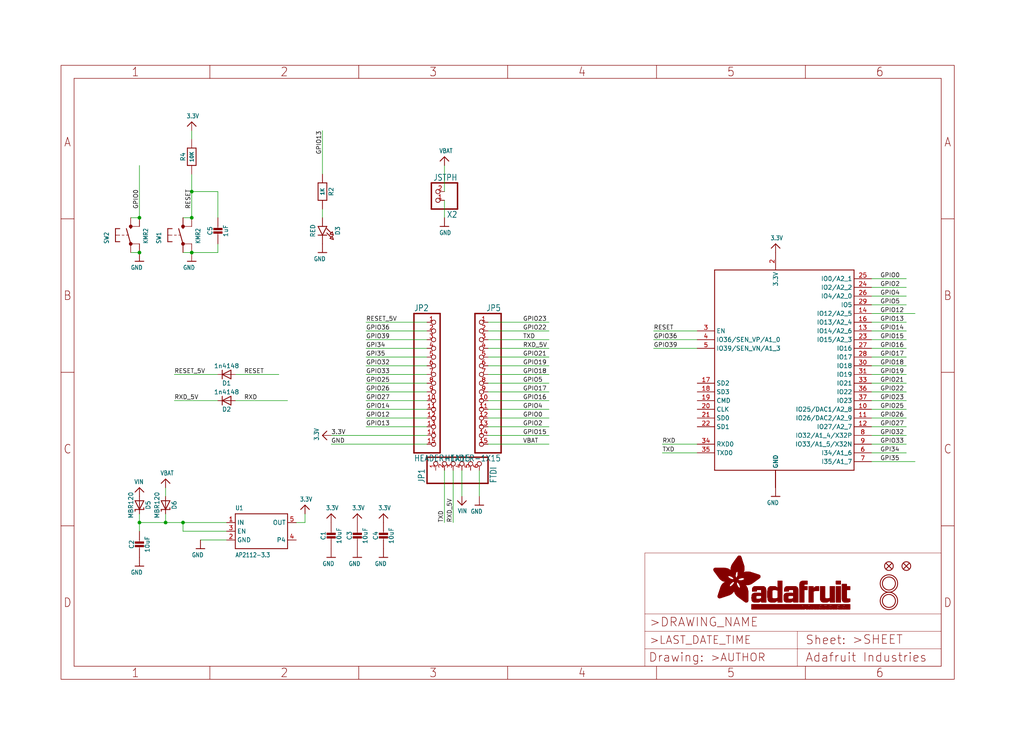
<source format=kicad_sch>
(kicad_sch (version 20211123) (generator eeschema)
  (paper "User" 298.45 217.881)
  (lib_symbols
    (symbol "eagleSchem-eagle-import:3.3V" (power)
      (property "Value" "3.3V" (at -1.524 1.016 0))
      (symbol "3.3V_1_0"
        (pin power_in line (at 0 -2.54 90) (length 2.54) (name "3.3V") (number "1"))
      )
    )
    (symbol "eagleSchem-eagle-import:CAP_CERAMIC0805-NOOUTLINE"
      (property "Reference" "C" (at -2.29 1.25 90))
      (property "Value" "CAP_CERAMIC0805-NOOUTLINE" (at 2.3 1.25 90))
      (symbol "CAP_CERAMIC0805-NOOUTLINE_1_0"
        (pin passive line (at 0 5.08 270) (length 2.54) (name "1") (number "1"))
        (pin passive line (at 0 -2.54 90) (length 2.54) (name "2") (number "2"))
      )
    )
    (symbol "eagleSchem-eagle-import:CON_JST_PH_2PIN"
      (property "Reference" "X" (at -6.35 5.715 0))
      (property "Value" "CON_JST_PH_2PIN" (at -6.35 -5.08 0))
      (symbol "CON_JST_PH_2PIN_1_0"
        (pin passive inverted (at -2.54 2.54 0) (length 2.54) (name "1") (number "1"))
        (pin passive inverted (at -2.54 0 0) (length 2.54) (name "2") (number "2"))
      )
    )
    (symbol "eagleSchem-eagle-import:DIODE-SCHOTTKYSOD-123"
      (property "Reference" "D" (at 0 2.54 0))
      (property "Value" "DIODE-SCHOTTKYSOD-123" (at 0 -2.5 0))
      (symbol "DIODE-SCHOTTKYSOD-123_1_0"
        (pin passive line (at -2.54 0 0) (length 2.54) (name "A") (number "A"))
        (pin passive line (at 2.54 0 180) (length 2.54) (name "C") (number "C"))
      )
    )
    (symbol "eagleSchem-eagle-import:DIODESOD-323"
      (property "Reference" "D" (at 0 2.54 0))
      (property "Value" "DIODESOD-323" (at 0 -2.5 0))
      (symbol "DIODESOD-323_1_0"
        (pin passive line (at -2.54 0 0) (length 2.54) (name "A") (number "A"))
        (pin passive line (at 2.54 0 180) (length 2.54) (name "C") (number "C"))
      )
    )
    (symbol "eagleSchem-eagle-import:ESP32_WROOM32"
      (symbol "ESP32_WROOM32_1_0"
        (pin passive line (at 0 -27.94 90) (length 5.08) (name "GND") (number "1"))
        (pin bidirectional line (at 27.94 -5.08 180) (length 5.08) (name "IO25/DAC1/A2_8") (number "10"))
        (pin bidirectional line (at 27.94 -7.62 180) (length 5.08) (name "IO26/DAC2/A2_9") (number "11"))
        (pin bidirectional line (at 27.94 -10.16 180) (length 5.08) (name "IO27/A2_7") (number "12"))
        (pin bidirectional line (at 27.94 17.78 180) (length 5.08) (name "IO14/A2_6") (number "13"))
        (pin bidirectional line (at 27.94 22.86 180) (length 5.08) (name "IO12/A2_5") (number "14"))
        (pin passive line (at 0 -27.94 90) (length 5.08) (name "GND") (number "15"))
        (pin bidirectional line (at 27.94 20.32 180) (length 5.08) (name "IO13/A2_4") (number "16"))
        (pin bidirectional line (at -22.86 2.54 0) (length 5.08) (name "SD2") (number "17"))
        (pin bidirectional line (at -22.86 0 0) (length 5.08) (name "SD3") (number "18"))
        (pin bidirectional line (at -22.86 -2.54 0) (length 5.08) (name "CMD") (number "19"))
        (pin passive line (at 0 40.64 270) (length 5.08) (name "3.3V") (number "2"))
        (pin bidirectional line (at -22.86 -5.08 0) (length 5.08) (name "CLK") (number "20"))
        (pin bidirectional line (at -22.86 -7.62 0) (length 5.08) (name "SD0") (number "21"))
        (pin bidirectional line (at -22.86 -10.16 0) (length 5.08) (name "SD1") (number "22"))
        (pin bidirectional line (at 27.94 15.24 180) (length 5.08) (name "IO15/A2_3") (number "23"))
        (pin bidirectional line (at 27.94 30.48 180) (length 5.08) (name "IO2/A2_2") (number "24"))
        (pin bidirectional line (at 27.94 33.02 180) (length 5.08) (name "IO0/A2_1") (number "25"))
        (pin bidirectional line (at 27.94 27.94 180) (length 5.08) (name "IO4/A2_0") (number "26"))
        (pin bidirectional line (at 27.94 12.7 180) (length 5.08) (name "IO16") (number "27"))
        (pin bidirectional line (at 27.94 10.16 180) (length 5.08) (name "IO17") (number "28"))
        (pin bidirectional line (at 27.94 25.4 180) (length 5.08) (name "IO5") (number "29"))
        (pin input line (at -22.86 17.78 0) (length 5.08) (name "EN") (number "3"))
        (pin bidirectional line (at 27.94 7.62 180) (length 5.08) (name "IO18") (number "30"))
        (pin bidirectional line (at 27.94 5.08 180) (length 5.08) (name "IO19") (number "31"))
        (pin bidirectional line (at 27.94 2.54 180) (length 5.08) (name "IO21") (number "33"))
        (pin input line (at -22.86 -15.24 0) (length 5.08) (name "RXD0") (number "34"))
        (pin output line (at -22.86 -17.78 0) (length 5.08) (name "TXD0") (number "35"))
        (pin bidirectional line (at 27.94 0 180) (length 5.08) (name "IO22") (number "36"))
        (pin bidirectional line (at 27.94 -2.54 180) (length 5.08) (name "IO23") (number "37"))
        (pin passive line (at 0 -27.94 90) (length 5.08) (name "GND") (number "38"))
        (pin passive line (at -22.86 15.24 0) (length 5.08) (name "IO36/SEN_VP/A1_0") (number "4"))
        (pin passive line (at -22.86 12.7 0) (length 5.08) (name "IO39/SEN_VN/A1_3") (number "5"))
        (pin bidirectional line (at 27.94 -17.78 180) (length 5.08) (name "I34/A1_6") (number "6"))
        (pin bidirectional line (at 27.94 -20.32 180) (length 5.08) (name "I35/A1_7") (number "7"))
        (pin bidirectional line (at 27.94 -12.7 180) (length 5.08) (name "IO32/A1_4/X32P") (number "8"))
        (pin bidirectional line (at 27.94 -15.24 180) (length 5.08) (name "IO33/A1_5/X32N") (number "9"))
        (pin passive line (at 0 -27.94 90) (length 5.08) (name "GND") (number "P$1"))
      )
    )
    (symbol "eagleSchem-eagle-import:FIDUCIAL_1MM")
    (symbol "eagleSchem-eagle-import:FRAME_A4_ADAFRUIT"
      (symbol "FRAME_A4_ADAFRUIT_1_0"
        (text "1" (at 21.6958 1.905 0) (effects (font (size 2.54 2.286))))
        (text "1" (at 21.6958 177.165 0) (effects (font (size 2.54 2.286))))
        (text "2" (at 65.0875 1.905 0) (effects (font (size 2.54 2.286))))
        (text "2" (at 65.0875 177.165 0) (effects (font (size 2.54 2.286))))
        (text "3" (at 108.4792 1.905 0) (effects (font (size 2.54 2.286))))
        (text "3" (at 108.4792 177.165 0) (effects (font (size 2.54 2.286))))
        (text "4" (at 151.8708 1.905 0) (effects (font (size 2.54 2.286))))
        (text "4" (at 151.8708 177.165 0) (effects (font (size 2.54 2.286))))
        (text "5" (at 195.2625 1.905 0) (effects (font (size 2.54 2.286))))
        (text "5" (at 195.2625 177.165 0) (effects (font (size 2.54 2.286))))
        (text "6" (at 238.6542 1.905 0) (effects (font (size 2.54 2.286))))
        (text "6" (at 238.6542 177.165 0) (effects (font (size 2.54 2.286))))
        (text ">AUTHOR" (at 189.23 5.08 0) (effects (font (size 2.286 2.286)) (justify left bottom)))
        (text ">DRAWING_NAME" (at 171.45 15.24 0) (effects (font (size 2.54 2.54)) (justify left bottom)))
        (text ">LAST_DATE_TIME" (at 171.45 10.16 0) (effects (font (size 2.286 2.286)) (justify left bottom)))
        (text ">SHEET" (at 230.505 10.16 0) (effects (font (size 2.54 2.54)) (justify left bottom)))
        (text "A" (at 1.905 156.6863 0) (effects (font (size 2.54 2.286))))
        (text "A" (at 258.445 156.6863 0) (effects (font (size 2.54 2.286))))
        (text "Adafruit Industries" (at 216.916 4.953 0) (effects (font (size 2.54 2.54)) (justify left bottom)))
        (text "B" (at 1.905 111.9188 0) (effects (font (size 2.54 2.286))))
        (text "B" (at 258.445 111.9188 0) (effects (font (size 2.54 2.286))))
        (text "C" (at 1.905 67.1513 0) (effects (font (size 2.54 2.286))))
        (text "C" (at 258.445 67.1513 0) (effects (font (size 2.54 2.286))))
        (text "D" (at 1.905 22.3838 0) (effects (font (size 2.54 2.286))))
        (text "D" (at 258.445 22.3838 0) (effects (font (size 2.54 2.286))))
        (text "Drawing:" (at 171.196 4.953 0) (effects (font (size 2.54 2.54)) (justify left bottom)))
        (text "Sheet:" (at 216.916 10.033 0) (effects (font (size 2.54 2.54)) (justify left bottom)))
      )
    )
    (symbol "eagleSchem-eagle-import:GND" (power)
      (property "Value" "GND" (at -1.524 -2.54 0))
      (symbol "GND_1_0"
        (pin power_in line (at 0 2.54 270) (length 2.54) (name "GND") (number "1"))
      )
    )
    (symbol "eagleSchem-eagle-import:HEADER-1X15"
      (property "Reference" "JP" (at -6.35 20.955 0))
      (property "Value" "HEADER-1X15" (at -6.35 -22.86 0))
      (symbol "HEADER-1X15_1_0"
        (pin passive inverted (at -2.54 17.78 0) (length 2.54) (name "1") (number "1"))
        (pin passive inverted (at -2.54 -5.08 0) (length 2.54) (name "10") (number "10"))
        (pin passive inverted (at -2.54 -7.62 0) (length 2.54) (name "11") (number "11"))
        (pin passive inverted (at -2.54 -10.16 0) (length 2.54) (name "12") (number "12"))
        (pin passive inverted (at -2.54 -12.7 0) (length 2.54) (name "13") (number "13"))
        (pin passive inverted (at -2.54 -15.24 0) (length 2.54) (name "14") (number "14"))
        (pin passive inverted (at -2.54 -17.78 0) (length 2.54) (name "15") (number "15"))
        (pin passive inverted (at -2.54 15.24 0) (length 2.54) (name "2") (number "2"))
        (pin passive inverted (at -2.54 12.7 0) (length 2.54) (name "3") (number "3"))
        (pin passive inverted (at -2.54 10.16 0) (length 2.54) (name "4") (number "4"))
        (pin passive inverted (at -2.54 7.62 0) (length 2.54) (name "5") (number "5"))
        (pin passive inverted (at -2.54 5.08 0) (length 2.54) (name "6") (number "6"))
        (pin passive inverted (at -2.54 2.54 0) (length 2.54) (name "7") (number "7"))
        (pin passive inverted (at -2.54 0 0) (length 2.54) (name "8") (number "8"))
        (pin passive inverted (at -2.54 -2.54 0) (length 2.54) (name "9") (number "9"))
      )
    )
    (symbol "eagleSchem-eagle-import:HEADER-1X670MIL"
      (property "Reference" "JP" (at -6.35 10.795 0))
      (property "Value" "HEADER-1X670MIL" (at -6.35 -10.16 0))
      (symbol "HEADER-1X670MIL_1_0"
        (pin passive inverted (at -2.54 7.62 0) (length 2.54) (name "1") (number "1"))
        (pin passive inverted (at -2.54 5.08 0) (length 2.54) (name "2") (number "2"))
        (pin passive inverted (at -2.54 2.54 0) (length 2.54) (name "3") (number "3"))
        (pin passive inverted (at -2.54 0 0) (length 2.54) (name "4") (number "4"))
        (pin passive inverted (at -2.54 -2.54 0) (length 2.54) (name "5") (number "5"))
        (pin passive inverted (at -2.54 -5.08 0) (length 2.54) (name "6") (number "6"))
      )
    )
    (symbol "eagleSchem-eagle-import:LED0805_NOOUTLINE"
      (property "Reference" "D" (at -1.27 4.445 0))
      (property "Value" "LED0805_NOOUTLINE" (at -1.27 -2.794 0))
      (symbol "LED0805_NOOUTLINE_1_0"
        (pin passive line (at -5.08 0 0) (length 2.54) (name "A") (number "A"))
        (pin passive line (at 2.54 0 180) (length 2.54) (name "C") (number "C"))
      )
    )
    (symbol "eagleSchem-eagle-import:MOUNTINGHOLE2.5")
    (symbol "eagleSchem-eagle-import:RESISTOR_0603_NOOUT"
      (property "Reference" "R" (at 0 2.54 0))
      (property "Value" "RESISTOR_0603_NOOUT" (at 0 0 0))
      (symbol "RESISTOR_0603_NOOUT_1_0"
        (pin passive line (at -5.08 0 0) (length 2.54) (name "1") (number "1"))
        (pin passive line (at 5.08 0 180) (length 2.54) (name "2") (number "2"))
      )
    )
    (symbol "eagleSchem-eagle-import:SWITCH_TACT_SMT4.6X2.8"
      (property "Reference" "SW" (at -2.54 6.35 0))
      (property "Value" "SWITCH_TACT_SMT4.6X2.8" (at -2.54 -5.08 0))
      (symbol "SWITCH_TACT_SMT4.6X2.8_1_0"
        (pin passive line (at -5.08 0 0) (length 2.54) (name "P") (number "A"))
        (pin passive line (at -5.08 -2.54 0) (length 2.54) (name "P1") (number "A'"))
        (pin passive line (at 5.08 0 180) (length 2.54) (name "S") (number "B"))
        (pin passive line (at 5.08 -2.54 180) (length 2.54) (name "S1") (number "B'"))
      )
    )
    (symbol "eagleSchem-eagle-import:VBAT" (power)
      (property "Value" "VBAT" (at -1.524 1.016 0))
      (symbol "VBAT_1_0"
        (pin power_in line (at 0 -2.54 90) (length 2.54) (name "VBAT") (number "1"))
      )
    )
    (symbol "eagleSchem-eagle-import:VIN" (power)
      (property "Value" "VIN" (at -1.524 1.016 0))
      (symbol "VIN_1_0"
        (pin power_in line (at 0 -2.54 90) (length 2.54) (name "VIN") (number "1"))
      )
    )
    (symbol "eagleSchem-eagle-import:VREG_SOT23-5"
      (property "Reference" "U" (at -7.62 6.096 0))
      (property "Value" "VREG_SOT23-5" (at -7.62 -7.62 0))
      (symbol "VREG_SOT23-5_1_0"
        (pin power_in line (at -10.16 2.54 0) (length 2.54) (name "IN") (number "1"))
        (pin power_in line (at -10.16 -2.54 0) (length 2.54) (name "GND") (number "2"))
        (pin input line (at -10.16 0 0) (length 2.54) (name "EN") (number "3"))
        (pin bidirectional line (at 10.16 -2.54 180) (length 2.54) (name "P4") (number "4"))
        (pin power_in line (at 10.16 2.54 180) (length 2.54) (name "OUT") (number "5"))
      )
    )
  )
  (junction (at 55.88 63.5))
  (junction (at 40.64 73.66))
  (junction (at 48.26 152.4))
  (junction (at 40.64 63.5))
  (junction (at 40.64 152.4))
  (junction (at 55.88 55.88))
  (junction (at 53.34 152.4))
  (junction (at 55.88 73.66))
  (wire (pts (xy 63.5 55.88) (xy 63.5 63.5)))
  (wire (pts (xy 134.62 137.16) (xy 134.62 144.78)))
  (wire (pts (xy 63.5 116.84) (xy 50.8 116.84)))
  (wire (pts (xy 264.16 88.9) (xy 254 88.9)))
  (wire (pts (xy 106.68 104.14) (xy 124.46 104.14)))
  (wire (pts (xy 96.52 127) (xy 124.46 127)))
  (wire (pts (xy 160.02 114.3) (xy 142.24 114.3)))
  (wire (pts (xy 132.08 152.4) (xy 132.08 137.16)))
  (wire (pts (xy 50.8 109.22) (xy 63.5 109.22)))
  (wire (pts (xy 106.68 119.38) (xy 124.46 119.38)))
  (wire (pts (xy 124.46 116.84) (xy 106.68 116.84)))
  (wire (pts (xy 63.5 71.12) (xy 63.5 73.66)))
  (wire (pts (xy 142.24 127) (xy 160.02 127)))
  (wire (pts (xy 142.24 99.06) (xy 160.02 99.06)))
  (wire (pts (xy 254 91.44) (xy 266.7 91.44)))
  (wire (pts (xy 106.68 121.92) (xy 124.46 121.92)))
  (wire (pts (xy 203.2 129.54) (xy 193.04 129.54)))
  (wire (pts (xy 40.64 63.5) (xy 38.1 63.5)))
  (wire (pts (xy 203.2 96.52) (xy 190.5 96.52)))
  (wire (pts (xy 190.5 101.6) (xy 203.2 101.6)))
  (wire (pts (xy 254 109.22) (xy 264.16 109.22)))
  (wire (pts (xy 124.46 99.06) (xy 106.68 99.06)))
  (wire (pts (xy 254 114.3) (xy 264.16 114.3)))
  (wire (pts (xy 68.58 116.84) (xy 83.82 116.84)))
  (wire (pts (xy 106.68 96.52) (xy 124.46 96.52)))
  (wire (pts (xy 142.24 121.92) (xy 160.02 121.92)))
  (wire (pts (xy 129.54 63.5) (xy 129.54 58.42)))
  (wire (pts (xy 58.42 157.48) (xy 66.04 157.48)))
  (wire (pts (xy 203.2 132.08) (xy 193.04 132.08)))
  (wire (pts (xy 88.9 152.4) (xy 88.9 149.86)))
  (wire (pts (xy 160.02 129.54) (xy 142.24 129.54)))
  (wire (pts (xy 48.26 152.4) (xy 48.26 149.86)))
  (wire (pts (xy 264.16 127) (xy 254 127)))
  (wire (pts (xy 124.46 124.46) (xy 106.68 124.46)))
  (wire (pts (xy 160.02 109.22) (xy 142.24 109.22)))
  (wire (pts (xy 124.46 129.54) (xy 96.52 129.54)))
  (wire (pts (xy 38.1 73.66) (xy 40.64 73.66)))
  (wire (pts (xy 142.24 116.84) (xy 160.02 116.84)))
  (wire (pts (xy 93.98 63.5) (xy 93.98 60.96)))
  (wire (pts (xy 40.64 152.4) (xy 40.64 154.94)))
  (wire (pts (xy 48.26 152.4) (xy 40.64 152.4)))
  (wire (pts (xy 264.16 83.82) (xy 254 83.82)))
  (wire (pts (xy 160.02 96.52) (xy 142.24 96.52)))
  (wire (pts (xy 93.98 50.8) (xy 93.98 38.1)))
  (wire (pts (xy 264.16 99.06) (xy 254 99.06)))
  (wire (pts (xy 139.7 144.78) (xy 139.7 137.16)))
  (wire (pts (xy 203.2 99.06) (xy 190.5 99.06)))
  (wire (pts (xy 129.54 48.26) (xy 129.54 55.88)))
  (wire (pts (xy 53.34 154.94) (xy 66.04 154.94)))
  (wire (pts (xy 63.5 73.66) (xy 55.88 73.66)))
  (wire (pts (xy 40.64 152.4) (xy 40.64 149.86)))
  (wire (pts (xy 106.68 114.3) (xy 124.46 114.3)))
  (wire (pts (xy 160.02 119.38) (xy 142.24 119.38)))
  (wire (pts (xy 53.34 152.4) (xy 48.26 152.4)))
  (wire (pts (xy 254 96.52) (xy 264.16 96.52)))
  (wire (pts (xy 129.54 152.4) (xy 129.54 137.16)))
  (wire (pts (xy 66.04 152.4) (xy 53.34 152.4)))
  (wire (pts (xy 53.34 154.94) (xy 53.34 152.4)))
  (wire (pts (xy 264.16 93.98) (xy 254 93.98)))
  (wire (pts (xy 55.88 50.8) (xy 55.88 55.88)))
  (wire (pts (xy 55.88 55.88) (xy 63.5 55.88)))
  (wire (pts (xy 264.16 132.08) (xy 254 132.08)))
  (wire (pts (xy 40.64 48.26) (xy 40.64 63.5)))
  (wire (pts (xy 254 86.36) (xy 264.16 86.36)))
  (wire (pts (xy 142.24 93.98) (xy 160.02 93.98)))
  (wire (pts (xy 68.58 109.22) (xy 81.28 109.22)))
  (wire (pts (xy 254 101.6) (xy 264.16 101.6)))
  (wire (pts (xy 254 119.38) (xy 264.16 119.38)))
  (wire (pts (xy 254 129.54) (xy 264.16 129.54)))
  (wire (pts (xy 254 104.14) (xy 264.16 104.14)))
  (wire (pts (xy 142.24 106.68) (xy 160.02 106.68)))
  (wire (pts (xy 55.88 63.5) (xy 53.34 63.5)))
  (wire (pts (xy 264.16 111.76) (xy 254 111.76)))
  (wire (pts (xy 254 81.28) (xy 264.16 81.28)))
  (wire (pts (xy 55.88 38.1) (xy 55.88 40.64)))
  (wire (pts (xy 264.16 121.92) (xy 254 121.92)))
  (wire (pts (xy 124.46 106.68) (xy 106.68 106.68)))
  (wire (pts (xy 160.02 101.6) (xy 142.24 101.6)))
  (wire (pts (xy 48.26 144.78) (xy 48.26 142.24)))
  (wire (pts (xy 264.16 106.68) (xy 254 106.68)))
  (wire (pts (xy 53.34 73.66) (xy 55.88 73.66)))
  (wire (pts (xy 124.46 93.98) (xy 106.68 93.98)))
  (wire (pts (xy 86.36 152.4) (xy 88.9 152.4)))
  (wire (pts (xy 142.24 111.76) (xy 160.02 111.76)))
  (wire (pts (xy 55.88 55.88) (xy 55.88 63.5)))
  (wire (pts (xy 106.68 109.22) (xy 124.46 109.22)))
  (wire (pts (xy 124.46 111.76) (xy 106.68 111.76)))
  (wire (pts (xy 160.02 124.46) (xy 142.24 124.46)))
  (wire (pts (xy 254 124.46) (xy 264.16 124.46)))
  (wire (pts (xy 254 134.62) (xy 266.7 134.62)))
  (wire (pts (xy 142.24 104.14) (xy 160.02 104.14)))
  (wire (pts (xy 124.46 101.6) (xy 106.68 101.6)))
  (wire (pts (xy 264.16 116.84) (xy 254 116.84)))
  (label "RXD" (at 193.04 129.54 0) (effects (font (size 1.2446 1.2446))))
  (label "RESET" (at 71.12 109.22 0) (effects (font (size 1.2446 1.2446))))
  (label "GPIO0" (at 40.64 60.96 90) (effects (font (size 1.2446 1.2446))))
  (label "TXD" (at 129.54 152.4 90) (effects (font (size 1.2446 1.2446))))
  (label "GPIO21" (at 152.4 104.14 0) (effects (font (size 1.2446 1.2446))))
  (label "GPIO32" (at 256.54 127 0) (effects (font (size 1.2446 1.2446))))
  (label "GPIO22" (at 152.4 96.52 0) (effects (font (size 1.2446 1.2446))))
  (label "GPIO18" (at 256.54 106.68 0) (effects (font (size 1.2446 1.2446))))
  (label "GPIO16" (at 152.4 116.84 0) (effects (font (size 1.2446 1.2446))))
  (label "GPIO4" (at 256.54 86.36 0) (effects (font (size 1.2446 1.2446))))
  (label "GPIO17" (at 256.54 104.14 0) (effects (font (size 1.2446 1.2446))))
  (label "GPIO26" (at 106.68 114.3 0) (effects (font (size 1.2446 1.2446))))
  (label "RESET_5V" (at 50.8 109.22 0) (effects (font (size 1.2446 1.2446))))
  (label "GPIO4" (at 152.4 119.38 0) (effects (font (size 1.2446 1.2446))))
  (label "GPI34" (at 106.68 101.6 0) (effects (font (size 1.2446 1.2446))))
  (label "GPIO19" (at 152.4 106.68 0) (effects (font (size 1.2446 1.2446))))
  (label "GPIO15" (at 256.54 99.06 0) (effects (font (size 1.2446 1.2446))))
  (label "GPIO27" (at 256.54 124.46 0) (effects (font (size 1.2446 1.2446))))
  (label "GPIO27" (at 106.68 116.84 0) (effects (font (size 1.2446 1.2446))))
  (label "GPI35" (at 106.68 104.14 0) (effects (font (size 1.2446 1.2446))))
  (label "GND" (at 96.52 129.54 0) (effects (font (size 1.2446 1.2446))))
  (label "GPIO14" (at 256.54 96.52 0) (effects (font (size 1.2446 1.2446))))
  (label "GPIO18" (at 152.4 109.22 0) (effects (font (size 1.2446 1.2446))))
  (label "GPIO26" (at 256.54 121.92 0) (effects (font (size 1.2446 1.2446))))
  (label "GPIO23" (at 256.54 116.84 0) (effects (font (size 1.2446 1.2446))))
  (label "GPIO2" (at 152.4 124.46 0) (effects (font (size 1.2446 1.2446))))
  (label "GPIO12" (at 256.54 91.44 0) (effects (font (size 1.2446 1.2446))))
  (label "GPIO39" (at 190.5 101.6 0) (effects (font (size 1.2446 1.2446))))
  (label "GPIO25" (at 256.54 119.38 0) (effects (font (size 1.2446 1.2446))))
  (label "RXD_5V" (at 50.8 116.84 0) (effects (font (size 1.2446 1.2446))))
  (label "TXD" (at 193.04 132.08 0) (effects (font (size 1.2446 1.2446))))
  (label "GPIO22" (at 256.54 114.3 0) (effects (font (size 1.2446 1.2446))))
  (label "GPIO25" (at 106.68 111.76 0) (effects (font (size 1.2446 1.2446))))
  (label "GPIO5" (at 152.4 111.76 0) (effects (font (size 1.2446 1.2446))))
  (label "RXD" (at 71.12 116.84 0) (effects (font (size 1.2446 1.2446))))
  (label "GPIO14" (at 106.68 119.38 0) (effects (font (size 1.2446 1.2446))))
  (label "GPI34" (at 256.54 132.08 0) (effects (font (size 1.2446 1.2446))))
  (label "3.3V" (at 96.52 127 0) (effects (font (size 1.2446 1.2446))))
  (label "GPIO13" (at 256.54 93.98 0) (effects (font (size 1.2446 1.2446))))
  (label "GPIO19" (at 256.54 109.22 0) (effects (font (size 1.2446 1.2446))))
  (label "GPIO16" (at 256.54 101.6 0) (effects (font (size 1.2446 1.2446))))
  (label "GPIO36" (at 190.5 99.06 0) (effects (font (size 1.2446 1.2446))))
  (label "GPIO21" (at 256.54 111.76 0) (effects (font (size 1.2446 1.2446))))
  (label "GPIO39" (at 106.68 99.06 0) (effects (font (size 1.2446 1.2446))))
  (label "GPIO13" (at 106.68 124.46 0) (effects (font (size 1.2446 1.2446))))
  (label "GPIO5" (at 256.54 88.9 0) (effects (font (size 1.2446 1.2446))))
  (label "GPIO13" (at 93.98 38.1 270) (effects (font (size 1.2446 1.2446))))
  (label "GPIO2" (at 256.54 83.82 0) (effects (font (size 1.2446 1.2446))))
  (label "RESET" (at 55.88 60.96 90) (effects (font (size 1.2446 1.2446))))
  (label "GPIO17" (at 152.4 114.3 0) (effects (font (size 1.2446 1.2446))))
  (label "RXD_5V" (at 132.08 152.4 90) (effects (font (size 1.2446 1.2446))))
  (label "TXD" (at 152.4 99.06 0) (effects (font (size 1.2446 1.2446))))
  (label "GPIO36" (at 106.68 96.52 0) (effects (font (size 1.2446 1.2446))))
  (label "GPIO0" (at 256.54 81.28 0) (effects (font (size 1.2446 1.2446))))
  (label "RESET" (at 190.5 96.52 0) (effects (font (size 1.2446 1.2446))))
  (label "GPIO23" (at 152.4 93.98 0) (effects (font (size 1.2446 1.2446))))
  (label "GPIO15" (at 152.4 127 0) (effects (font (size 1.2446 1.2446))))
  (label "GPIO32" (at 106.68 106.68 0) (effects (font (size 1.2446 1.2446))))
  (label "GPIO33" (at 106.68 109.22 0) (effects (font (size 1.2446 1.2446))))
  (label "GPI35" (at 256.54 134.62 0) (effects (font (size 1.2446 1.2446))))
  (label "GPIO0" (at 152.4 121.92 0) (effects (font (size 1.2446 1.2446))))
  (label "GPIO12" (at 106.68 121.92 0) (effects (font (size 1.2446 1.2446))))
  (label "VBAT" (at 152.4 129.54 0) (effects (font (size 1.2446 1.2446))))
  (label "RXD_5V" (at 152.4 101.6 0) (effects (font (size 1.2446 1.2446))))
  (label "RESET_5V" (at 106.68 93.98 0) (effects (font (size 1.2446 1.2446))))
  (label "GPIO33" (at 256.54 129.54 0) (effects (font (size 1.2446 1.2446))))
  (symbol (lib_id "eagleSchem-eagle-import:HEADER-1X670MIL") (at 134.62 134.62 90) (unit 1)
    (property "Reference" "JP1" (at 123.825 140.97 0) (effects (font (size 1.778 1.5113)) (justify left bottom)))
    (property "Value" "FTDI" (at 144.78 140.97 0) (effects (font (size 1.778 1.5113)) (justify left bottom)))
    (property "Footprint" "eagleSchem:1X06_ROUND_70" (effects hide))
  )
  (symbol (lib_id "eagleSchem-eagle-import:VBAT") (at 129.54 45.72 0) (unit 1)
    (property "Reference" "#U$1" (effects hide))
    (property "Value" "VBAT" (at 128.016 44.704 0) (effects (font (size 1.27 1.0795)) (justify left bottom)))
    (property "Footprint" "eagleSchem:" (effects hide))
  )
  (symbol (lib_id "eagleSchem-eagle-import:GND") (at 139.7 147.32 0) (unit 1)
    (property "Reference" "#GND6" (effects hide))
    (property "Value" "GND" (at 137.16 149.86 0) (effects (font (size 1.27 1.0795)) (justify left bottom)))
    (property "Footprint" "eagleSchem:" (effects hide))
  )
  (symbol (lib_id "eagleSchem-eagle-import:3.3V") (at 88.9 147.32 0) (unit 1)
    (property "Reference" "#U$6" (effects hide))
    (property "Value" "3.3V" (at 87.376 146.304 0) (effects (font (size 1.27 1.0795)) (justify left bottom)))
    (property "Footprint" "eagleSchem:" (effects hide))
  )
  (symbol (lib_id "eagleSchem-eagle-import:FRAME_A4_ADAFRUIT") (at 17.78 198.12 0) (unit 1)
    (property "Reference" "#U$8" (effects hide))
    (property "Value" "FRAME_A4_ADAFRUIT" (effects hide))
    (property "Footprint" "eagleSchem:" (effects hide))
  )
  (symbol (lib_id "eagleSchem-eagle-import:DIODESOD-323") (at 66.04 109.22 180) (unit 1)
    (property "Reference" "D1" (at 66.04 111.76 0))
    (property "Value" "1n4148" (at 66.04 106.72 0))
    (property "Footprint" "eagleSchem:SOD-323" (effects hide))
  )
  (symbol (lib_id "eagleSchem-eagle-import:HEADER-1X15") (at 139.7 111.76 0) (mirror y) (unit 1)
    (property "Reference" "JP5" (at 146.05 90.805 0) (effects (font (size 1.778 1.5113)) (justify left bottom)))
    (property "Value" "HEADER-1X15" (at 146.05 134.62 0) (effects (font (size 1.778 1.5113)) (justify left bottom)))
    (property "Footprint" "eagleSchem:1X15_ROUND_70" (effects hide))
  )
  (symbol (lib_id "eagleSchem-eagle-import:GND") (at 58.42 160.02 0) (unit 1)
    (property "Reference" "#GND7" (effects hide))
    (property "Value" "GND" (at 55.88 162.56 0) (effects (font (size 1.27 1.0795)) (justify left bottom)))
    (property "Footprint" "eagleSchem:" (effects hide))
  )
  (symbol (lib_id "eagleSchem-eagle-import:GND") (at 55.88 76.2 0) (unit 1)
    (property "Reference" "#GND4" (effects hide))
    (property "Value" "GND" (at 53.34 78.74 0) (effects (font (size 1.27 1.0795)) (justify left bottom)))
    (property "Footprint" "eagleSchem:" (effects hide))
  )
  (symbol (lib_id "eagleSchem-eagle-import:3.3V") (at 226.06 71.12 0) (unit 1)
    (property "Reference" "#U$19" (effects hide))
    (property "Value" "3.3V" (at 224.536 70.104 0) (effects (font (size 1.27 1.0795)) (justify left bottom)))
    (property "Footprint" "eagleSchem:" (effects hide))
  )
  (symbol (lib_id "eagleSchem-eagle-import:DIODE-SCHOTTKYSOD-123") (at 40.64 147.32 270) (unit 1)
    (property "Reference" "D5" (at 43.18 147.32 0))
    (property "Value" "MBR120" (at 38.14 147.32 0))
    (property "Footprint" "eagleSchem:SOD-123" (effects hide))
  )
  (symbol (lib_id "eagleSchem-eagle-import:3.3V") (at 96.52 149.86 0) (unit 1)
    (property "Reference" "#U$7" (effects hide))
    (property "Value" "3.3V" (at 94.996 148.844 0) (effects (font (size 1.27 1.0795)) (justify left bottom)))
    (property "Footprint" "eagleSchem:" (effects hide))
  )
  (symbol (lib_id "eagleSchem-eagle-import:ESP32_WROOM32") (at 226.06 114.3 0) (unit 1)
    (property "Reference" "X1" (effects hide))
    (property "Value" "ESP32_WROOM32" (effects hide))
    (property "Footprint" "eagleSchem:WROOM32" (effects hide))
  )
  (symbol (lib_id "eagleSchem-eagle-import:CAP_CERAMIC0805-NOOUTLINE") (at 63.5 68.58 0) (unit 1)
    (property "Reference" "C5" (at 61.21 67.33 90))
    (property "Value" "1uF" (at 65.8 67.33 90))
    (property "Footprint" "eagleSchem:0805-NO" (effects hide))
  )
  (symbol (lib_id "eagleSchem-eagle-import:VREG_SOT23-5") (at 76.2 154.94 0) (unit 1)
    (property "Reference" "U1" (at 68.58 148.844 0) (effects (font (size 1.27 1.0795)) (justify left bottom)))
    (property "Value" "AP2112-3.3" (at 68.58 162.56 0) (effects (font (size 1.27 1.0795)) (justify left bottom)))
    (property "Footprint" "eagleSchem:SOT23-5" (effects hide))
  )
  (symbol (lib_id "eagleSchem-eagle-import:SWITCH_TACT_SMT4.6X2.8") (at 53.34 68.58 90) (unit 1)
    (property "Reference" "SW1" (at 46.99 71.12 0) (effects (font (size 1.27 1.0795)) (justify left bottom)))
    (property "Value" "KMR2" (at 58.42 71.12 0) (effects (font (size 1.27 1.0795)) (justify left bottom)))
    (property "Footprint" "eagleSchem:BTN_KMR2_4.6X2.8" (effects hide))
  )
  (symbol (lib_id "eagleSchem-eagle-import:3.3V") (at 104.14 149.86 0) (unit 1)
    (property "Reference" "#U$14" (effects hide))
    (property "Value" "3.3V" (at 102.616 148.844 0) (effects (font (size 1.27 1.0795)) (justify left bottom)))
    (property "Footprint" "eagleSchem:" (effects hide))
  )
  (symbol (lib_id "eagleSchem-eagle-import:GND") (at 111.76 162.56 0) (unit 1)
    (property "Reference" "#GND10" (effects hide))
    (property "Value" "GND" (at 109.22 165.1 0) (effects (font (size 1.27 1.0795)) (justify left bottom)))
    (property "Footprint" "eagleSchem:" (effects hide))
  )
  (symbol (lib_id "eagleSchem-eagle-import:3.3V") (at 111.76 149.86 0) (unit 1)
    (property "Reference" "#U$17" (effects hide))
    (property "Value" "3.3V" (at 110.236 148.844 0) (effects (font (size 1.27 1.0795)) (justify left bottom)))
    (property "Footprint" "eagleSchem:" (effects hide))
  )
  (symbol (lib_id "eagleSchem-eagle-import:FIDUCIAL_1MM") (at 259.08 165.1 0) (unit 1)
    (property "Reference" "FID3" (effects hide))
    (property "Value" "FIDUCIAL_1MM" (effects hide))
    (property "Footprint" "eagleSchem:FIDUCIAL_1MM" (effects hide))
  )
  (symbol (lib_id "eagleSchem-eagle-import:RESISTOR_0603_NOOUT") (at 55.88 45.72 90) (unit 1)
    (property "Reference" "R4" (at 53.34 45.72 0))
    (property "Value" "10K" (at 55.88 45.72 0) (effects (font (size 1.016 1.016) bold)))
    (property "Footprint" "eagleSchem:0603-NO" (effects hide))
  )
  (symbol (lib_id "eagleSchem-eagle-import:GND") (at 226.06 144.78 0) (unit 1)
    (property "Reference" "#GND8" (effects hide))
    (property "Value" "GND" (at 223.52 147.32 0) (effects (font (size 1.27 1.0795)) (justify left bottom)))
    (property "Footprint" "eagleSchem:" (effects hide))
  )
  (symbol (lib_id "eagleSchem-eagle-import:GND") (at 96.52 162.56 0) (unit 1)
    (property "Reference" "#GND2" (effects hide))
    (property "Value" "GND" (at 93.98 165.1 0) (effects (font (size 1.27 1.0795)) (justify left bottom)))
    (property "Footprint" "eagleSchem:" (effects hide))
  )
  (symbol (lib_id "eagleSchem-eagle-import:DIODE-SCHOTTKYSOD-123") (at 48.26 147.32 270) (unit 1)
    (property "Reference" "D6" (at 50.8 147.32 0))
    (property "Value" "MBR120" (at 45.76 147.32 0))
    (property "Footprint" "eagleSchem:SOD-123" (effects hide))
  )
  (symbol (lib_id "eagleSchem-eagle-import:3.3V") (at 93.98 127 90) (unit 1)
    (property "Reference" "#U$20" (effects hide))
    (property "Value" "3.3V" (at 92.964 128.524 0) (effects (font (size 1.27 1.0795)) (justify left bottom)))
    (property "Footprint" "eagleSchem:" (effects hide))
  )
  (symbol (lib_id "eagleSchem-eagle-import:VBAT") (at 48.26 139.7 0) (unit 1)
    (property "Reference" "#U$11" (effects hide))
    (property "Value" "VBAT" (at 46.736 138.684 0) (effects (font (size 1.27 1.0795)) (justify left bottom)))
    (property "Footprint" "eagleSchem:" (effects hide))
  )
  (symbol (lib_id "eagleSchem-eagle-import:MOUNTINGHOLE2.5") (at 259.08 175.26 0) (unit 1)
    (property "Reference" "U$15" (effects hide))
    (property "Value" "MOUNTINGHOLE2.5" (effects hide))
    (property "Footprint" "eagleSchem:MOUNTINGHOLE_2.5_PLATED" (effects hide))
  )
  (symbol (lib_id "eagleSchem-eagle-import:3.3V") (at 55.88 35.56 0) (unit 1)
    (property "Reference" "#U$4" (effects hide))
    (property "Value" "3.3V" (at 54.356 34.544 0) (effects (font (size 1.27 1.0795)) (justify left bottom)))
    (property "Footprint" "eagleSchem:" (effects hide))
  )
  (symbol (lib_id "eagleSchem-eagle-import:GND") (at 104.14 162.56 0) (unit 1)
    (property "Reference" "#GND9" (effects hide))
    (property "Value" "GND" (at 101.6 165.1 0) (effects (font (size 1.27 1.0795)) (justify left bottom)))
    (property "Footprint" "eagleSchem:" (effects hide))
  )
  (symbol (lib_id "eagleSchem-eagle-import:GND") (at 40.64 76.2 0) (unit 1)
    (property "Reference" "#GND5" (effects hide))
    (property "Value" "GND" (at 38.1 78.74 0) (effects (font (size 1.27 1.0795)) (justify left bottom)))
    (property "Footprint" "eagleSchem:" (effects hide))
  )
  (symbol (lib_id "eagleSchem-eagle-import:DIODESOD-323") (at 66.04 116.84 180) (unit 1)
    (property "Reference" "D2" (at 66.04 119.38 0))
    (property "Value" "1n4148" (at 66.04 114.34 0))
    (property "Footprint" "eagleSchem:SOD-323" (effects hide))
  )
  (symbol (lib_id "eagleSchem-eagle-import:VIN") (at 134.62 147.32 180) (unit 1)
    (property "Reference" "#U$9" (effects hide))
    (property "Value" "VIN" (at 136.144 148.336 0) (effects (font (size 1.27 1.0795)) (justify left bottom)))
    (property "Footprint" "eagleSchem:" (effects hide))
  )
  (symbol (lib_id "eagleSchem-eagle-import:HEADER-1X15") (at 127 111.76 0) (unit 1)
    (property "Reference" "JP2" (at 120.65 90.805 0) (effects (font (size 1.778 1.5113)) (justify left bottom)))
    (property "Value" "HEADER-1X15" (at 120.65 134.62 0) (effects (font (size 1.778 1.5113)) (justify left bottom)))
    (property "Footprint" "eagleSchem:1X15_ROUND_70" (effects hide))
  )
  (symbol (lib_id "eagleSchem-eagle-import:CAP_CERAMIC0805-NOOUTLINE") (at 96.52 157.48 0) (unit 1)
    (property "Reference" "C1" (at 94.23 156.23 90))
    (property "Value" "10uF" (at 98.82 156.23 90))
    (property "Footprint" "eagleSchem:0805-NO" (effects hide))
  )
  (symbol (lib_id "eagleSchem-eagle-import:CAP_CERAMIC0805-NOOUTLINE") (at 104.14 157.48 0) (unit 1)
    (property "Reference" "C3" (at 101.85 156.23 90))
    (property "Value" "10uF" (at 106.44 156.23 90))
    (property "Footprint" "eagleSchem:0805-NO" (effects hide))
  )
  (symbol (lib_id "eagleSchem-eagle-import:GND") (at 93.98 73.66 0) (unit 1)
    (property "Reference" "#GND3" (effects hide))
    (property "Value" "GND" (at 91.44 76.2 0) (effects (font (size 1.27 1.0795)) (justify left bottom)))
    (property "Footprint" "eagleSchem:" (effects hide))
  )
  (symbol (lib_id "eagleSchem-eagle-import:CAP_CERAMIC0805-NOOUTLINE") (at 40.64 160.02 0) (unit 1)
    (property "Reference" "C2" (at 38.35 158.77 90))
    (property "Value" "10uF" (at 42.94 158.77 90))
    (property "Footprint" "eagleSchem:0805-NO" (effects hide))
  )
  (symbol (lib_id "eagleSchem-eagle-import:MOUNTINGHOLE2.5") (at 259.08 170.18 0) (unit 1)
    (property "Reference" "U$16" (effects hide))
    (property "Value" "MOUNTINGHOLE2.5" (effects hide))
    (property "Footprint" "eagleSchem:MOUNTINGHOLE_2.5_PLATED" (effects hide))
  )
  (symbol (lib_id "eagleSchem-eagle-import:CON_JST_PH_2PIN") (at 127 55.88 180) (unit 1)
    (property "Reference" "X2" (at 133.35 61.595 0) (effects (font (size 1.778 1.5113)) (justify left bottom)))
    (property "Value" "JSTPH" (at 133.35 50.8 0) (effects (font (size 1.778 1.5113)) (justify left bottom)))
    (property "Footprint" "eagleSchem:JSTPH2" (effects hide))
  )
  (symbol (lib_id "eagleSchem-eagle-import:VIN") (at 40.64 142.24 0) (unit 1)
    (property "Reference" "#U$10" (effects hide))
    (property "Value" "VIN" (at 39.116 141.224 0) (effects (font (size 1.27 1.0795)) (justify left bottom)))
    (property "Footprint" "eagleSchem:" (effects hide))
  )
  (symbol (lib_id "eagleSchem-eagle-import:RESISTOR_0603_NOOUT") (at 93.98 55.88 270) (unit 1)
    (property "Reference" "R2" (at 96.52 55.88 0))
    (property "Value" "1K" (at 93.98 55.88 0) (effects (font (size 1.016 1.016) bold)))
    (property "Footprint" "eagleSchem:0603-NO" (effects hide))
  )
  (symbol (lib_id "eagleSchem-eagle-import:GND") (at 129.54 66.04 0) (unit 1)
    (property "Reference" "#U$22" (effects hide))
    (property "Value" "GND" (at 128.016 68.58 0) (effects (font (size 1.27 1.0795)) (justify left bottom)))
    (property "Footprint" "eagleSchem:" (effects hide))
  )
  (symbol (lib_id "eagleSchem-eagle-import:SWITCH_TACT_SMT4.6X2.8") (at 38.1 68.58 90) (unit 1)
    (property "Reference" "SW2" (at 31.75 71.12 0) (effects (font (size 1.27 1.0795)) (justify left bottom)))
    (property "Value" "KMR2" (at 43.18 71.12 0) (effects (font (size 1.27 1.0795)) (justify left bottom)))
    (property "Footprint" "eagleSchem:BTN_KMR2_4.6X2.8" (effects hide))
  )
  (symbol (lib_id "eagleSchem-eagle-import:LED0805_NOOUTLINE") (at 93.98 68.58 270) (unit 1)
    (property "Reference" "D3" (at 98.425 67.31 0))
    (property "Value" "RED" (at 91.186 67.31 0))
    (property "Footprint" "eagleSchem:CHIPLED_0805_NOOUTLINE" (effects hide))
  )
  (symbol (lib_id "eagleSchem-eagle-import:GND") (at 40.64 165.1 0) (unit 1)
    (property "Reference" "#GND11" (effects hide))
    (property "Value" "GND" (at 38.1 167.64 0) (effects (font (size 1.27 1.0795)) (justify left bottom)))
    (property "Footprint" "eagleSchem:" (effects hide))
  )
  (symbol (lib_id "eagleSchem-eagle-import:FIDUCIAL_1MM") (at 264.16 165.1 0) (unit 1)
    (property "Reference" "FID1" (effects hide))
    (property "Value" "FIDUCIAL_1MM" (effects hide))
    (property "Footprint" "eagleSchem:FIDUCIAL_1MM" (effects hide))
  )
  (symbol (lib_id "eagleSchem-eagle-import:CAP_CERAMIC0805-NOOUTLINE") (at 111.76 157.48 0) (unit 1)
    (property "Reference" "C4" (at 109.47 156.23 90))
    (property "Value" "10uF" (at 114.06 156.23 90))
    (property "Footprint" "eagleSchem:0805-NO" (effects hide))
  )
)
</source>
